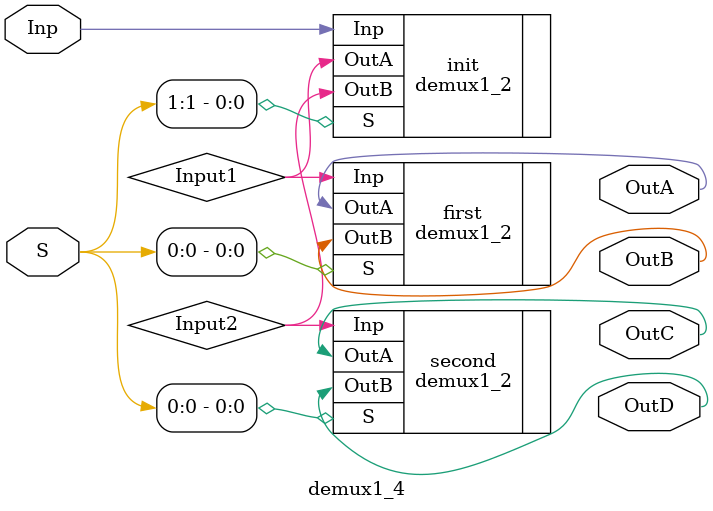
<source format=v>
module demux1_4(Inp, S, OutA, OutB, OutC, OutD);
    input Inp;
    input [1:0] S;

    output OutA;
    output OutB;
    output OutC;
    output OutD;

    wire Input1;
    wire Input2;

    demux1_2 init(.Inp(Inp), .S(S[1]), .OutA(Input1), .OutB(Input2));
    demux1_2 first(.Inp(Input1), .S(S[0]), .OutA(OutA), .OutB(OutB));
    demux1_2 second(.Inp(Input2), .S(S[0]), .OutA(OutC), .OutB(OutD));

endmodule
</source>
